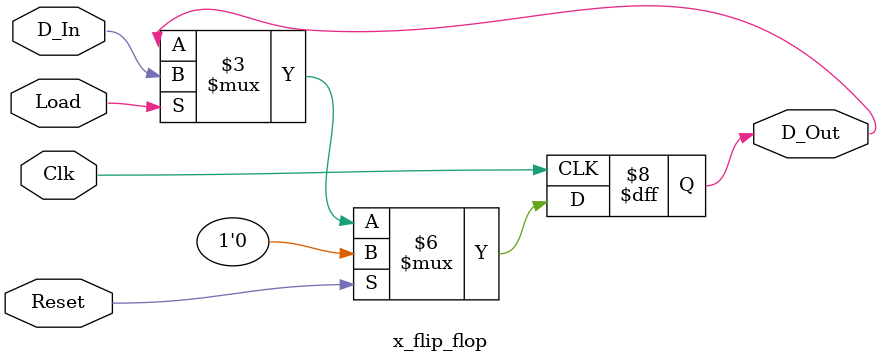
<source format=sv>
module reg_8 (input  logic Clk, Reset, Shift_In, Load, Shift_En,
              input  logic [7:0]  D,
              output logic Shift_Out,
              output logic [7:0]  Data_Out);

    always_ff @ (posedge Clk)
    begin
	 	 if (Reset) //notice, this is a sycnrhonous reset, which is recommended on the FPGA
		     //change to 8-bit 0
			  Data_Out <= 8'h0;
		 else if (Load)
			  Data_Out <= D;
		 else if (Shift_En)
		 begin
			  //concatenate shifted in data to the previous left-most 3 bits
			  //note this works because we are in always_ff procedure block
			  Data_Out <= { Shift_In, Data_Out[7:1] }; 
	    end
    end
	
    assign Shift_Out = Data_Out[0];

endmodule


module x_flip_flop
(
    input  logic Clk,
	 input  logic Reset,
	 input  logic Load,
	 input  logic D_In,
	 output logic D_Out
);

    //synchronous D flip-flop for extended bit X
    always_ff @ (posedge Clk)
    begin
	 	 if (Reset) //notice, this is a sycnrhonous reset, which is recommended on the FPGA
		     //change to 0
			  D_Out <= 1'b0;
		 else if (Load)
		     //update the D
			  D_Out <= D_In;
		 else
		     //keep the same values
			  D_Out <= D_Out; 
    end
	 
endmodule

</source>
